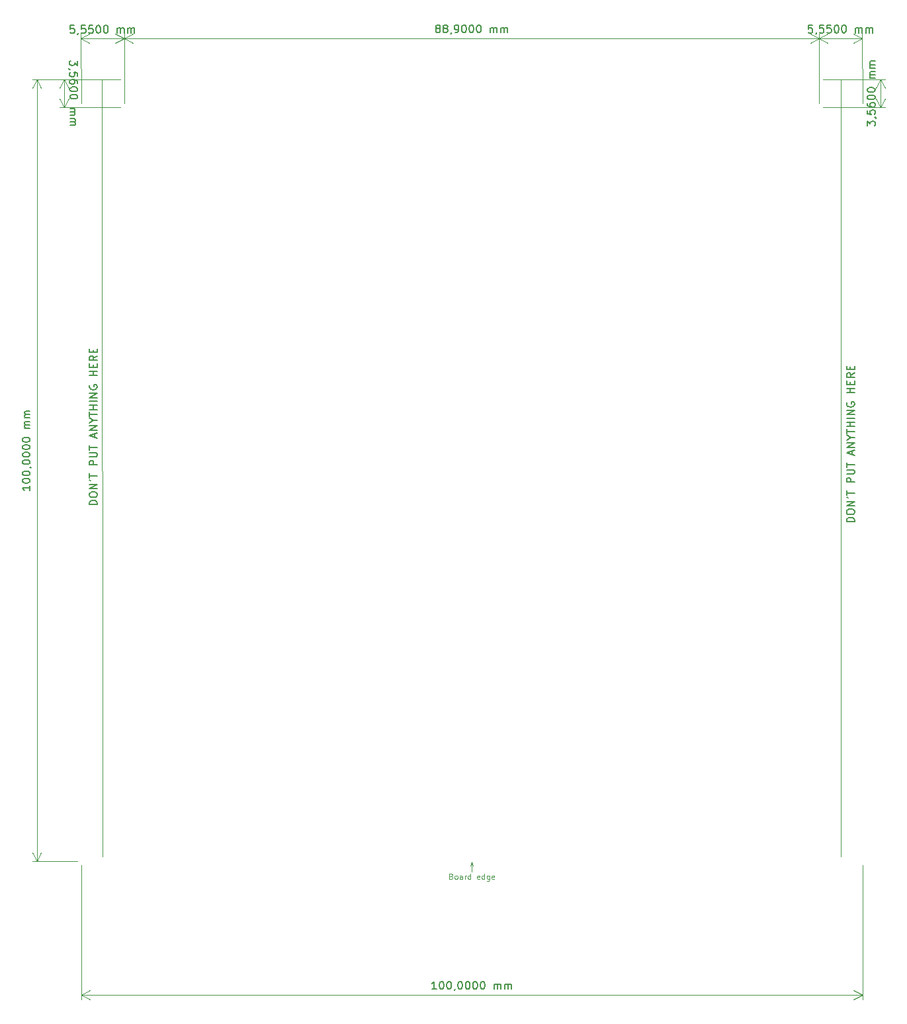
<source format=gbr>
%TF.GenerationSoftware,KiCad,Pcbnew,8.0.7-8.0.7-0~ubuntu22.04.1*%
%TF.CreationDate,2025-02-22T22:08:36+01:00*%
%TF.ProjectId,nav-module,6e61762d-6d6f-4647-956c-652e6b696361,1.0.0*%
%TF.SameCoordinates,Original*%
%TF.FileFunction,Other,Comment*%
%FSLAX46Y46*%
G04 Gerber Fmt 4.6, Leading zero omitted, Abs format (unit mm)*
G04 Created by KiCad (PCBNEW 8.0.7-8.0.7-0~ubuntu22.04.1) date 2025-02-22 22:08:36*
%MOMM*%
%LPD*%
G01*
G04 APERTURE LIST*
%ADD10C,0.100000*%
%ADD11C,0.150000*%
G04 APERTURE END LIST*
D10*
X97260000Y569999D02*
X97260000Y100000000D01*
X2740000Y569999D02*
X2670000Y100000000D01*
D11*
X98979819Y43386780D02*
X97979819Y43386780D01*
X97979819Y43386780D02*
X97979819Y43624875D01*
X97979819Y43624875D02*
X98027438Y43767732D01*
X98027438Y43767732D02*
X98122676Y43862970D01*
X98122676Y43862970D02*
X98217914Y43910589D01*
X98217914Y43910589D02*
X98408390Y43958208D01*
X98408390Y43958208D02*
X98551247Y43958208D01*
X98551247Y43958208D02*
X98741723Y43910589D01*
X98741723Y43910589D02*
X98836961Y43862970D01*
X98836961Y43862970D02*
X98932200Y43767732D01*
X98932200Y43767732D02*
X98979819Y43624875D01*
X98979819Y43624875D02*
X98979819Y43386780D01*
X97979819Y44577256D02*
X97979819Y44767732D01*
X97979819Y44767732D02*
X98027438Y44862970D01*
X98027438Y44862970D02*
X98122676Y44958208D01*
X98122676Y44958208D02*
X98313152Y45005827D01*
X98313152Y45005827D02*
X98646485Y45005827D01*
X98646485Y45005827D02*
X98836961Y44958208D01*
X98836961Y44958208D02*
X98932200Y44862970D01*
X98932200Y44862970D02*
X98979819Y44767732D01*
X98979819Y44767732D02*
X98979819Y44577256D01*
X98979819Y44577256D02*
X98932200Y44482018D01*
X98932200Y44482018D02*
X98836961Y44386780D01*
X98836961Y44386780D02*
X98646485Y44339161D01*
X98646485Y44339161D02*
X98313152Y44339161D01*
X98313152Y44339161D02*
X98122676Y44386780D01*
X98122676Y44386780D02*
X98027438Y44482018D01*
X98027438Y44482018D02*
X97979819Y44577256D01*
X98979819Y45434399D02*
X97979819Y45434399D01*
X97979819Y45434399D02*
X98979819Y46005827D01*
X98979819Y46005827D02*
X97979819Y46005827D01*
X97979819Y46529637D02*
X98170295Y46434399D01*
X97979819Y46815351D02*
X97979819Y47386779D01*
X98979819Y47101065D02*
X97979819Y47101065D01*
X98979819Y48482018D02*
X97979819Y48482018D01*
X97979819Y48482018D02*
X97979819Y48862970D01*
X97979819Y48862970D02*
X98027438Y48958208D01*
X98027438Y48958208D02*
X98075057Y49005827D01*
X98075057Y49005827D02*
X98170295Y49053446D01*
X98170295Y49053446D02*
X98313152Y49053446D01*
X98313152Y49053446D02*
X98408390Y49005827D01*
X98408390Y49005827D02*
X98456009Y48958208D01*
X98456009Y48958208D02*
X98503628Y48862970D01*
X98503628Y48862970D02*
X98503628Y48482018D01*
X97979819Y49482018D02*
X98789342Y49482018D01*
X98789342Y49482018D02*
X98884580Y49529637D01*
X98884580Y49529637D02*
X98932200Y49577256D01*
X98932200Y49577256D02*
X98979819Y49672494D01*
X98979819Y49672494D02*
X98979819Y49862970D01*
X98979819Y49862970D02*
X98932200Y49958208D01*
X98932200Y49958208D02*
X98884580Y50005827D01*
X98884580Y50005827D02*
X98789342Y50053446D01*
X98789342Y50053446D02*
X97979819Y50053446D01*
X97979819Y50386780D02*
X97979819Y50958208D01*
X98979819Y50672494D02*
X97979819Y50672494D01*
X98694104Y52005828D02*
X98694104Y52482018D01*
X98979819Y51910590D02*
X97979819Y52243923D01*
X97979819Y52243923D02*
X98979819Y52577256D01*
X98979819Y52910590D02*
X97979819Y52910590D01*
X97979819Y52910590D02*
X98979819Y53482018D01*
X98979819Y53482018D02*
X97979819Y53482018D01*
X98503628Y54148685D02*
X98979819Y54148685D01*
X97979819Y53815352D02*
X98503628Y54148685D01*
X98503628Y54148685D02*
X97979819Y54482018D01*
X97979819Y54672495D02*
X97979819Y55243923D01*
X98979819Y54958209D02*
X97979819Y54958209D01*
X98979819Y55577257D02*
X97979819Y55577257D01*
X98456009Y55577257D02*
X98456009Y56148685D01*
X98979819Y56148685D02*
X97979819Y56148685D01*
X98979819Y56624876D02*
X97979819Y56624876D01*
X98979819Y57101066D02*
X97979819Y57101066D01*
X97979819Y57101066D02*
X98979819Y57672494D01*
X98979819Y57672494D02*
X97979819Y57672494D01*
X98027438Y58672494D02*
X97979819Y58577256D01*
X97979819Y58577256D02*
X97979819Y58434399D01*
X97979819Y58434399D02*
X98027438Y58291542D01*
X98027438Y58291542D02*
X98122676Y58196304D01*
X98122676Y58196304D02*
X98217914Y58148685D01*
X98217914Y58148685D02*
X98408390Y58101066D01*
X98408390Y58101066D02*
X98551247Y58101066D01*
X98551247Y58101066D02*
X98741723Y58148685D01*
X98741723Y58148685D02*
X98836961Y58196304D01*
X98836961Y58196304D02*
X98932200Y58291542D01*
X98932200Y58291542D02*
X98979819Y58434399D01*
X98979819Y58434399D02*
X98979819Y58529637D01*
X98979819Y58529637D02*
X98932200Y58672494D01*
X98932200Y58672494D02*
X98884580Y58720113D01*
X98884580Y58720113D02*
X98551247Y58720113D01*
X98551247Y58720113D02*
X98551247Y58529637D01*
X98979819Y59910590D02*
X97979819Y59910590D01*
X98456009Y59910590D02*
X98456009Y60482018D01*
X98979819Y60482018D02*
X97979819Y60482018D01*
X98456009Y60958209D02*
X98456009Y61291542D01*
X98979819Y61434399D02*
X98979819Y60958209D01*
X98979819Y60958209D02*
X97979819Y60958209D01*
X97979819Y60958209D02*
X97979819Y61434399D01*
X98979819Y62434399D02*
X98503628Y62101066D01*
X98979819Y61862971D02*
X97979819Y61862971D01*
X97979819Y61862971D02*
X97979819Y62243923D01*
X97979819Y62243923D02*
X98027438Y62339161D01*
X98027438Y62339161D02*
X98075057Y62386780D01*
X98075057Y62386780D02*
X98170295Y62434399D01*
X98170295Y62434399D02*
X98313152Y62434399D01*
X98313152Y62434399D02*
X98408390Y62386780D01*
X98408390Y62386780D02*
X98456009Y62339161D01*
X98456009Y62339161D02*
X98503628Y62243923D01*
X98503628Y62243923D02*
X98503628Y61862971D01*
X98456009Y62862971D02*
X98456009Y63196304D01*
X98979819Y63339161D02*
X98979819Y62862971D01*
X98979819Y62862971D02*
X97979819Y62862971D01*
X97979819Y62862971D02*
X97979819Y63339161D01*
X2059819Y45586780D02*
X1059819Y45586780D01*
X1059819Y45586780D02*
X1059819Y45824875D01*
X1059819Y45824875D02*
X1107438Y45967732D01*
X1107438Y45967732D02*
X1202676Y46062970D01*
X1202676Y46062970D02*
X1297914Y46110589D01*
X1297914Y46110589D02*
X1488390Y46158208D01*
X1488390Y46158208D02*
X1631247Y46158208D01*
X1631247Y46158208D02*
X1821723Y46110589D01*
X1821723Y46110589D02*
X1916961Y46062970D01*
X1916961Y46062970D02*
X2012200Y45967732D01*
X2012200Y45967732D02*
X2059819Y45824875D01*
X2059819Y45824875D02*
X2059819Y45586780D01*
X1059819Y46777256D02*
X1059819Y46967732D01*
X1059819Y46967732D02*
X1107438Y47062970D01*
X1107438Y47062970D02*
X1202676Y47158208D01*
X1202676Y47158208D02*
X1393152Y47205827D01*
X1393152Y47205827D02*
X1726485Y47205827D01*
X1726485Y47205827D02*
X1916961Y47158208D01*
X1916961Y47158208D02*
X2012200Y47062970D01*
X2012200Y47062970D02*
X2059819Y46967732D01*
X2059819Y46967732D02*
X2059819Y46777256D01*
X2059819Y46777256D02*
X2012200Y46682018D01*
X2012200Y46682018D02*
X1916961Y46586780D01*
X1916961Y46586780D02*
X1726485Y46539161D01*
X1726485Y46539161D02*
X1393152Y46539161D01*
X1393152Y46539161D02*
X1202676Y46586780D01*
X1202676Y46586780D02*
X1107438Y46682018D01*
X1107438Y46682018D02*
X1059819Y46777256D01*
X2059819Y47634399D02*
X1059819Y47634399D01*
X1059819Y47634399D02*
X2059819Y48205827D01*
X2059819Y48205827D02*
X1059819Y48205827D01*
X1059819Y48729637D02*
X1250295Y48634399D01*
X1059819Y49015351D02*
X1059819Y49586779D01*
X2059819Y49301065D02*
X1059819Y49301065D01*
X2059819Y50682018D02*
X1059819Y50682018D01*
X1059819Y50682018D02*
X1059819Y51062970D01*
X1059819Y51062970D02*
X1107438Y51158208D01*
X1107438Y51158208D02*
X1155057Y51205827D01*
X1155057Y51205827D02*
X1250295Y51253446D01*
X1250295Y51253446D02*
X1393152Y51253446D01*
X1393152Y51253446D02*
X1488390Y51205827D01*
X1488390Y51205827D02*
X1536009Y51158208D01*
X1536009Y51158208D02*
X1583628Y51062970D01*
X1583628Y51062970D02*
X1583628Y50682018D01*
X1059819Y51682018D02*
X1869342Y51682018D01*
X1869342Y51682018D02*
X1964580Y51729637D01*
X1964580Y51729637D02*
X2012200Y51777256D01*
X2012200Y51777256D02*
X2059819Y51872494D01*
X2059819Y51872494D02*
X2059819Y52062970D01*
X2059819Y52062970D02*
X2012200Y52158208D01*
X2012200Y52158208D02*
X1964580Y52205827D01*
X1964580Y52205827D02*
X1869342Y52253446D01*
X1869342Y52253446D02*
X1059819Y52253446D01*
X1059819Y52586780D02*
X1059819Y53158208D01*
X2059819Y52872494D02*
X1059819Y52872494D01*
X1774104Y54205828D02*
X1774104Y54682018D01*
X2059819Y54110590D02*
X1059819Y54443923D01*
X1059819Y54443923D02*
X2059819Y54777256D01*
X2059819Y55110590D02*
X1059819Y55110590D01*
X1059819Y55110590D02*
X2059819Y55682018D01*
X2059819Y55682018D02*
X1059819Y55682018D01*
X1583628Y56348685D02*
X2059819Y56348685D01*
X1059819Y56015352D02*
X1583628Y56348685D01*
X1583628Y56348685D02*
X1059819Y56682018D01*
X1059819Y56872495D02*
X1059819Y57443923D01*
X2059819Y57158209D02*
X1059819Y57158209D01*
X2059819Y57777257D02*
X1059819Y57777257D01*
X1536009Y57777257D02*
X1536009Y58348685D01*
X2059819Y58348685D02*
X1059819Y58348685D01*
X2059819Y58824876D02*
X1059819Y58824876D01*
X2059819Y59301066D02*
X1059819Y59301066D01*
X1059819Y59301066D02*
X2059819Y59872494D01*
X2059819Y59872494D02*
X1059819Y59872494D01*
X1107438Y60872494D02*
X1059819Y60777256D01*
X1059819Y60777256D02*
X1059819Y60634399D01*
X1059819Y60634399D02*
X1107438Y60491542D01*
X1107438Y60491542D02*
X1202676Y60396304D01*
X1202676Y60396304D02*
X1297914Y60348685D01*
X1297914Y60348685D02*
X1488390Y60301066D01*
X1488390Y60301066D02*
X1631247Y60301066D01*
X1631247Y60301066D02*
X1821723Y60348685D01*
X1821723Y60348685D02*
X1916961Y60396304D01*
X1916961Y60396304D02*
X2012200Y60491542D01*
X2012200Y60491542D02*
X2059819Y60634399D01*
X2059819Y60634399D02*
X2059819Y60729637D01*
X2059819Y60729637D02*
X2012200Y60872494D01*
X2012200Y60872494D02*
X1964580Y60920113D01*
X1964580Y60920113D02*
X1631247Y60920113D01*
X1631247Y60920113D02*
X1631247Y60729637D01*
X2059819Y62110590D02*
X1059819Y62110590D01*
X1536009Y62110590D02*
X1536009Y62682018D01*
X2059819Y62682018D02*
X1059819Y62682018D01*
X1536009Y63158209D02*
X1536009Y63491542D01*
X2059819Y63634399D02*
X2059819Y63158209D01*
X2059819Y63158209D02*
X1059819Y63158209D01*
X1059819Y63158209D02*
X1059819Y63634399D01*
X2059819Y64634399D02*
X1583628Y64301066D01*
X2059819Y64062971D02*
X1059819Y64062971D01*
X1059819Y64062971D02*
X1059819Y64443923D01*
X1059819Y64443923D02*
X1107438Y64539161D01*
X1107438Y64539161D02*
X1155057Y64586780D01*
X1155057Y64586780D02*
X1250295Y64634399D01*
X1250295Y64634399D02*
X1393152Y64634399D01*
X1393152Y64634399D02*
X1488390Y64586780D01*
X1488390Y64586780D02*
X1536009Y64539161D01*
X1536009Y64539161D02*
X1583628Y64443923D01*
X1583628Y64443923D02*
X1583628Y64062971D01*
X1536009Y65062971D02*
X1536009Y65396304D01*
X2059819Y65539161D02*
X2059819Y65062971D01*
X2059819Y65062971D02*
X1059819Y65062971D01*
X1059819Y65062971D02*
X1059819Y65539161D01*
X45571429Y106526610D02*
X45476191Y106574229D01*
X45476191Y106574229D02*
X45428572Y106621848D01*
X45428572Y106621848D02*
X45380953Y106717086D01*
X45380953Y106717086D02*
X45380953Y106764705D01*
X45380953Y106764705D02*
X45428572Y106859943D01*
X45428572Y106859943D02*
X45476191Y106907562D01*
X45476191Y106907562D02*
X45571429Y106955181D01*
X45571429Y106955181D02*
X45761905Y106955181D01*
X45761905Y106955181D02*
X45857143Y106907562D01*
X45857143Y106907562D02*
X45904762Y106859943D01*
X45904762Y106859943D02*
X45952381Y106764705D01*
X45952381Y106764705D02*
X45952381Y106717086D01*
X45952381Y106717086D02*
X45904762Y106621848D01*
X45904762Y106621848D02*
X45857143Y106574229D01*
X45857143Y106574229D02*
X45761905Y106526610D01*
X45761905Y106526610D02*
X45571429Y106526610D01*
X45571429Y106526610D02*
X45476191Y106478991D01*
X45476191Y106478991D02*
X45428572Y106431372D01*
X45428572Y106431372D02*
X45380953Y106336134D01*
X45380953Y106336134D02*
X45380953Y106145658D01*
X45380953Y106145658D02*
X45428572Y106050420D01*
X45428572Y106050420D02*
X45476191Y106002800D01*
X45476191Y106002800D02*
X45571429Y105955181D01*
X45571429Y105955181D02*
X45761905Y105955181D01*
X45761905Y105955181D02*
X45857143Y106002800D01*
X45857143Y106002800D02*
X45904762Y106050420D01*
X45904762Y106050420D02*
X45952381Y106145658D01*
X45952381Y106145658D02*
X45952381Y106336134D01*
X45952381Y106336134D02*
X45904762Y106431372D01*
X45904762Y106431372D02*
X45857143Y106478991D01*
X45857143Y106478991D02*
X45761905Y106526610D01*
X46523810Y106526610D02*
X46428572Y106574229D01*
X46428572Y106574229D02*
X46380953Y106621848D01*
X46380953Y106621848D02*
X46333334Y106717086D01*
X46333334Y106717086D02*
X46333334Y106764705D01*
X46333334Y106764705D02*
X46380953Y106859943D01*
X46380953Y106859943D02*
X46428572Y106907562D01*
X46428572Y106907562D02*
X46523810Y106955181D01*
X46523810Y106955181D02*
X46714286Y106955181D01*
X46714286Y106955181D02*
X46809524Y106907562D01*
X46809524Y106907562D02*
X46857143Y106859943D01*
X46857143Y106859943D02*
X46904762Y106764705D01*
X46904762Y106764705D02*
X46904762Y106717086D01*
X46904762Y106717086D02*
X46857143Y106621848D01*
X46857143Y106621848D02*
X46809524Y106574229D01*
X46809524Y106574229D02*
X46714286Y106526610D01*
X46714286Y106526610D02*
X46523810Y106526610D01*
X46523810Y106526610D02*
X46428572Y106478991D01*
X46428572Y106478991D02*
X46380953Y106431372D01*
X46380953Y106431372D02*
X46333334Y106336134D01*
X46333334Y106336134D02*
X46333334Y106145658D01*
X46333334Y106145658D02*
X46380953Y106050420D01*
X46380953Y106050420D02*
X46428572Y106002800D01*
X46428572Y106002800D02*
X46523810Y105955181D01*
X46523810Y105955181D02*
X46714286Y105955181D01*
X46714286Y105955181D02*
X46809524Y106002800D01*
X46809524Y106002800D02*
X46857143Y106050420D01*
X46857143Y106050420D02*
X46904762Y106145658D01*
X46904762Y106145658D02*
X46904762Y106336134D01*
X46904762Y106336134D02*
X46857143Y106431372D01*
X46857143Y106431372D02*
X46809524Y106478991D01*
X46809524Y106478991D02*
X46714286Y106526610D01*
X47380953Y106002800D02*
X47380953Y105955181D01*
X47380953Y105955181D02*
X47333334Y105859943D01*
X47333334Y105859943D02*
X47285715Y105812324D01*
X47857143Y105955181D02*
X48047619Y105955181D01*
X48047619Y105955181D02*
X48142857Y106002800D01*
X48142857Y106002800D02*
X48190476Y106050420D01*
X48190476Y106050420D02*
X48285714Y106193277D01*
X48285714Y106193277D02*
X48333333Y106383753D01*
X48333333Y106383753D02*
X48333333Y106764705D01*
X48333333Y106764705D02*
X48285714Y106859943D01*
X48285714Y106859943D02*
X48238095Y106907562D01*
X48238095Y106907562D02*
X48142857Y106955181D01*
X48142857Y106955181D02*
X47952381Y106955181D01*
X47952381Y106955181D02*
X47857143Y106907562D01*
X47857143Y106907562D02*
X47809524Y106859943D01*
X47809524Y106859943D02*
X47761905Y106764705D01*
X47761905Y106764705D02*
X47761905Y106526610D01*
X47761905Y106526610D02*
X47809524Y106431372D01*
X47809524Y106431372D02*
X47857143Y106383753D01*
X47857143Y106383753D02*
X47952381Y106336134D01*
X47952381Y106336134D02*
X48142857Y106336134D01*
X48142857Y106336134D02*
X48238095Y106383753D01*
X48238095Y106383753D02*
X48285714Y106431372D01*
X48285714Y106431372D02*
X48333333Y106526610D01*
X48952381Y106955181D02*
X49047619Y106955181D01*
X49047619Y106955181D02*
X49142857Y106907562D01*
X49142857Y106907562D02*
X49190476Y106859943D01*
X49190476Y106859943D02*
X49238095Y106764705D01*
X49238095Y106764705D02*
X49285714Y106574229D01*
X49285714Y106574229D02*
X49285714Y106336134D01*
X49285714Y106336134D02*
X49238095Y106145658D01*
X49238095Y106145658D02*
X49190476Y106050420D01*
X49190476Y106050420D02*
X49142857Y106002800D01*
X49142857Y106002800D02*
X49047619Y105955181D01*
X49047619Y105955181D02*
X48952381Y105955181D01*
X48952381Y105955181D02*
X48857143Y106002800D01*
X48857143Y106002800D02*
X48809524Y106050420D01*
X48809524Y106050420D02*
X48761905Y106145658D01*
X48761905Y106145658D02*
X48714286Y106336134D01*
X48714286Y106336134D02*
X48714286Y106574229D01*
X48714286Y106574229D02*
X48761905Y106764705D01*
X48761905Y106764705D02*
X48809524Y106859943D01*
X48809524Y106859943D02*
X48857143Y106907562D01*
X48857143Y106907562D02*
X48952381Y106955181D01*
X49904762Y106955181D02*
X50000000Y106955181D01*
X50000000Y106955181D02*
X50095238Y106907562D01*
X50095238Y106907562D02*
X50142857Y106859943D01*
X50142857Y106859943D02*
X50190476Y106764705D01*
X50190476Y106764705D02*
X50238095Y106574229D01*
X50238095Y106574229D02*
X50238095Y106336134D01*
X50238095Y106336134D02*
X50190476Y106145658D01*
X50190476Y106145658D02*
X50142857Y106050420D01*
X50142857Y106050420D02*
X50095238Y106002800D01*
X50095238Y106002800D02*
X50000000Y105955181D01*
X50000000Y105955181D02*
X49904762Y105955181D01*
X49904762Y105955181D02*
X49809524Y106002800D01*
X49809524Y106002800D02*
X49761905Y106050420D01*
X49761905Y106050420D02*
X49714286Y106145658D01*
X49714286Y106145658D02*
X49666667Y106336134D01*
X49666667Y106336134D02*
X49666667Y106574229D01*
X49666667Y106574229D02*
X49714286Y106764705D01*
X49714286Y106764705D02*
X49761905Y106859943D01*
X49761905Y106859943D02*
X49809524Y106907562D01*
X49809524Y106907562D02*
X49904762Y106955181D01*
X50857143Y106955181D02*
X50952381Y106955181D01*
X50952381Y106955181D02*
X51047619Y106907562D01*
X51047619Y106907562D02*
X51095238Y106859943D01*
X51095238Y106859943D02*
X51142857Y106764705D01*
X51142857Y106764705D02*
X51190476Y106574229D01*
X51190476Y106574229D02*
X51190476Y106336134D01*
X51190476Y106336134D02*
X51142857Y106145658D01*
X51142857Y106145658D02*
X51095238Y106050420D01*
X51095238Y106050420D02*
X51047619Y106002800D01*
X51047619Y106002800D02*
X50952381Y105955181D01*
X50952381Y105955181D02*
X50857143Y105955181D01*
X50857143Y105955181D02*
X50761905Y106002800D01*
X50761905Y106002800D02*
X50714286Y106050420D01*
X50714286Y106050420D02*
X50666667Y106145658D01*
X50666667Y106145658D02*
X50619048Y106336134D01*
X50619048Y106336134D02*
X50619048Y106574229D01*
X50619048Y106574229D02*
X50666667Y106764705D01*
X50666667Y106764705D02*
X50714286Y106859943D01*
X50714286Y106859943D02*
X50761905Y106907562D01*
X50761905Y106907562D02*
X50857143Y106955181D01*
X52380953Y105955181D02*
X52380953Y106621848D01*
X52380953Y106526610D02*
X52428572Y106574229D01*
X52428572Y106574229D02*
X52523810Y106621848D01*
X52523810Y106621848D02*
X52666667Y106621848D01*
X52666667Y106621848D02*
X52761905Y106574229D01*
X52761905Y106574229D02*
X52809524Y106478991D01*
X52809524Y106478991D02*
X52809524Y105955181D01*
X52809524Y106478991D02*
X52857143Y106574229D01*
X52857143Y106574229D02*
X52952381Y106621848D01*
X52952381Y106621848D02*
X53095238Y106621848D01*
X53095238Y106621848D02*
X53190477Y106574229D01*
X53190477Y106574229D02*
X53238096Y106478991D01*
X53238096Y106478991D02*
X53238096Y105955181D01*
X53714286Y105955181D02*
X53714286Y106621848D01*
X53714286Y106526610D02*
X53761905Y106574229D01*
X53761905Y106574229D02*
X53857143Y106621848D01*
X53857143Y106621848D02*
X54000000Y106621848D01*
X54000000Y106621848D02*
X54095238Y106574229D01*
X54095238Y106574229D02*
X54142857Y106478991D01*
X54142857Y106478991D02*
X54142857Y105955181D01*
X54142857Y106478991D02*
X54190476Y106574229D01*
X54190476Y106574229D02*
X54285714Y106621848D01*
X54285714Y106621848D02*
X54428571Y106621848D01*
X54428571Y106621848D02*
X54523810Y106574229D01*
X54523810Y106574229D02*
X54571429Y106478991D01*
X54571429Y106478991D02*
X54571429Y105955181D01*
D10*
X5550000Y96940000D02*
X5550000Y105846420D01*
X94450000Y96940000D02*
X94450000Y105846420D01*
X5550000Y105260000D02*
X94450000Y105260000D01*
X5550000Y105260000D02*
X94450000Y105260000D01*
X5550000Y105260000D02*
X6676504Y105846421D01*
X5550000Y105260000D02*
X6676504Y104673579D01*
X94450000Y105260000D02*
X93323496Y104673579D01*
X94450000Y105260000D02*
X93323496Y105846421D01*
D11*
X-452937Y102393644D02*
X-451198Y101774599D01*
X-451198Y101774599D02*
X-833085Y102106861D01*
X-833085Y102106861D02*
X-832684Y101964004D01*
X-832684Y101964004D02*
X-880035Y101868633D01*
X-880035Y101868633D02*
X-927520Y101820880D01*
X-927520Y101820880D02*
X-1022624Y101772994D01*
X-1022624Y101772994D02*
X-1260718Y101772325D01*
X-1260718Y101772325D02*
X-1356090Y101819676D01*
X-1356090Y101819676D02*
X-1403842Y101867162D01*
X-1403842Y101867162D02*
X-1451729Y101962266D01*
X-1451729Y101962266D02*
X-1452531Y102247979D01*
X-1452531Y102247979D02*
X-1405180Y102343350D01*
X-1405180Y102343350D02*
X-1357695Y102391103D01*
X-1402237Y101295735D02*
X-1449856Y101295601D01*
X-1449856Y101295601D02*
X-1545228Y101342953D01*
X-1545228Y101342953D02*
X-1592980Y101390438D01*
X-447319Y100393653D02*
X-448656Y100869841D01*
X-448656Y100869841D02*
X-924979Y100916122D01*
X-924979Y100916122D02*
X-877226Y100868637D01*
X-877226Y100868637D02*
X-829340Y100773533D01*
X-829340Y100773533D02*
X-828671Y100535439D01*
X-828671Y100535439D02*
X-876022Y100440068D01*
X-876022Y100440068D02*
X-923507Y100392315D01*
X-923507Y100392315D02*
X-1018611Y100344429D01*
X-1018611Y100344429D02*
X-1256706Y100343760D01*
X-1256706Y100343760D02*
X-1352077Y100391111D01*
X-1352077Y100391111D02*
X-1399830Y100438596D01*
X-1399830Y100438596D02*
X-1447716Y100533700D01*
X-1447716Y100533700D02*
X-1448385Y100771794D01*
X-1448385Y100771794D02*
X-1401034Y100867166D01*
X-1401034Y100867166D02*
X-1353548Y100914919D01*
X-444777Y99488894D02*
X-445312Y99679370D01*
X-445312Y99679370D02*
X-493199Y99774474D01*
X-493199Y99774474D02*
X-540951Y99821959D01*
X-540951Y99821959D02*
X-684075Y99916795D01*
X-684075Y99916795D02*
X-874685Y99963879D01*
X-874685Y99963879D02*
X-1255635Y99962809D01*
X-1255635Y99962809D02*
X-1350739Y99914922D01*
X-1350739Y99914922D02*
X-1398225Y99867170D01*
X-1398225Y99867170D02*
X-1445576Y99771798D01*
X-1445576Y99771798D02*
X-1445041Y99581323D01*
X-1445041Y99581323D02*
X-1397154Y99486219D01*
X-1397154Y99486219D02*
X-1349402Y99438734D01*
X-1349402Y99438734D02*
X-1254030Y99391383D01*
X-1254030Y99391383D02*
X-1015936Y99392051D01*
X-1015936Y99392051D02*
X-920832Y99439938D01*
X-920832Y99439938D02*
X-873347Y99487690D01*
X-873347Y99487690D02*
X-825996Y99583062D01*
X-825996Y99583062D02*
X-826531Y99773537D01*
X-826531Y99773537D02*
X-874417Y99868641D01*
X-874417Y99868641D02*
X-922170Y99916126D01*
X-922170Y99916126D02*
X-1017541Y99963478D01*
X-442771Y98774611D02*
X-442503Y98679373D01*
X-442503Y98679373D02*
X-489855Y98584002D01*
X-489855Y98584002D02*
X-537340Y98536249D01*
X-537340Y98536249D02*
X-632444Y98488363D01*
X-632444Y98488363D02*
X-822785Y98440209D01*
X-822785Y98440209D02*
X-1060880Y98439540D01*
X-1060880Y98439540D02*
X-1251489Y98486624D01*
X-1251489Y98486624D02*
X-1346860Y98533975D01*
X-1346860Y98533975D02*
X-1394613Y98581461D01*
X-1394613Y98581461D02*
X-1442499Y98676565D01*
X-1442499Y98676565D02*
X-1442767Y98771802D01*
X-1442767Y98771802D02*
X-1395416Y98867174D01*
X-1395416Y98867174D02*
X-1347930Y98914926D01*
X-1347930Y98914926D02*
X-1252826Y98962813D01*
X-1252826Y98962813D02*
X-1062485Y99010967D01*
X-1062485Y99010967D02*
X-824391Y99011635D01*
X-824391Y99011635D02*
X-633781Y98964552D01*
X-633781Y98964552D02*
X-538410Y98917200D01*
X-538410Y98917200D02*
X-490657Y98869715D01*
X-490657Y98869715D02*
X-442771Y98774611D01*
X-440096Y97822234D02*
X-439828Y97726996D01*
X-439828Y97726996D02*
X-487179Y97631625D01*
X-487179Y97631625D02*
X-534665Y97583872D01*
X-534665Y97583872D02*
X-629768Y97535986D01*
X-629768Y97535986D02*
X-820110Y97487832D01*
X-820110Y97487832D02*
X-1058204Y97487163D01*
X-1058204Y97487163D02*
X-1248814Y97534247D01*
X-1248814Y97534247D02*
X-1344185Y97581598D01*
X-1344185Y97581598D02*
X-1391938Y97629083D01*
X-1391938Y97629083D02*
X-1439824Y97724187D01*
X-1439824Y97724187D02*
X-1440092Y97819425D01*
X-1440092Y97819425D02*
X-1392740Y97914796D01*
X-1392740Y97914796D02*
X-1345255Y97962549D01*
X-1345255Y97962549D02*
X-1250151Y98010435D01*
X-1250151Y98010435D02*
X-1059810Y98058589D01*
X-1059810Y98058589D02*
X-821715Y98059258D01*
X-821715Y98059258D02*
X-631106Y98012174D01*
X-631106Y98012174D02*
X-535735Y97964823D01*
X-535735Y97964823D02*
X-487982Y97917338D01*
X-487982Y97917338D02*
X-440096Y97822234D01*
X-1435811Y96295621D02*
X-769147Y96297494D01*
X-864385Y96297226D02*
X-816632Y96249741D01*
X-816632Y96249741D02*
X-768746Y96154637D01*
X-768746Y96154637D02*
X-768345Y96011781D01*
X-768345Y96011781D02*
X-815696Y95916409D01*
X-815696Y95916409D02*
X-910800Y95868523D01*
X-910800Y95868523D02*
X-1434607Y95867051D01*
X-910800Y95868523D02*
X-815429Y95821171D01*
X-815429Y95821171D02*
X-767542Y95726068D01*
X-767542Y95726068D02*
X-767141Y95583211D01*
X-767141Y95583211D02*
X-814492Y95487839D01*
X-814492Y95487839D02*
X-909596Y95439953D01*
X-909596Y95439953D02*
X-1433404Y95438482D01*
X-1432066Y94962293D02*
X-765402Y94964166D01*
X-860640Y94963899D02*
X-812887Y94916413D01*
X-812887Y94916413D02*
X-765001Y94821310D01*
X-765001Y94821310D02*
X-764599Y94678453D01*
X-764599Y94678453D02*
X-811951Y94583081D01*
X-811951Y94583081D02*
X-907055Y94535195D01*
X-907055Y94535195D02*
X-1430862Y94533724D01*
X-907055Y94535195D02*
X-811683Y94487844D01*
X-811683Y94487844D02*
X-763797Y94392740D01*
X-763797Y94392740D02*
X-763396Y94249883D01*
X-763396Y94249883D02*
X-810747Y94154512D01*
X-810747Y94154512D02*
X-905851Y94106625D01*
X-905851Y94106625D02*
X-1429658Y94105154D01*
D10*
X5050002Y96438596D02*
X-2717756Y96416776D01*
X5040002Y99998596D02*
X-2727756Y99976776D01*
X-2131339Y96418423D02*
X-2141339Y99978423D01*
X-2131339Y96418423D02*
X-2141339Y99978423D01*
X-2131339Y96418423D02*
X-2720922Y97543275D01*
X-2131339Y96418423D02*
X-1548085Y97546570D01*
X-2141339Y99978423D02*
X-1551756Y98853571D01*
X-2141339Y99978423D02*
X-2724593Y98850276D01*
D11*
X-881789Y106896538D02*
X-1357976Y106894822D01*
X-1357976Y106894822D02*
X-1403879Y106418463D01*
X-1403879Y106418463D02*
X-1356432Y106466254D01*
X-1356432Y106466254D02*
X-1261366Y106514216D01*
X-1261366Y106514216D02*
X-1023272Y106515074D01*
X-1023272Y106515074D02*
X-927863Y106467798D01*
X-927863Y106467798D02*
X-880073Y106420351D01*
X-880073Y106420351D02*
X-832111Y106325285D01*
X-832111Y106325285D02*
X-831253Y106087191D01*
X-831253Y106087191D02*
X-878529Y105991782D01*
X-878529Y105991782D02*
X-925976Y105943992D01*
X-925976Y105943992D02*
X-1021042Y105896030D01*
X-1021042Y105896030D02*
X-1259135Y105895172D01*
X-1259135Y105895172D02*
X-1354544Y105942448D01*
X-1354544Y105942448D02*
X-1402335Y105989895D01*
X-354551Y105946051D02*
X-354379Y105898432D01*
X-354379Y105898432D02*
X-401655Y105803023D01*
X-401655Y105803023D02*
X-449102Y105755233D01*
X546773Y106901686D02*
X70585Y106899970D01*
X70585Y106899970D02*
X24683Y106423611D01*
X24683Y106423611D02*
X72130Y106471402D01*
X72130Y106471402D02*
X167196Y106519364D01*
X167196Y106519364D02*
X405289Y106520222D01*
X405289Y106520222D02*
X500698Y106472946D01*
X500698Y106472946D02*
X548489Y106425499D01*
X548489Y106425499D02*
X596451Y106330433D01*
X596451Y106330433D02*
X597309Y106092339D01*
X597309Y106092339D02*
X550033Y105996930D01*
X550033Y105996930D02*
X502586Y105949140D01*
X502586Y105949140D02*
X407520Y105901178D01*
X407520Y105901178D02*
X169427Y105900320D01*
X169427Y105900320D02*
X74017Y105947596D01*
X74017Y105947596D02*
X26227Y105995043D01*
X1499148Y106905118D02*
X1022960Y106903402D01*
X1022960Y106903402D02*
X977058Y106427043D01*
X977058Y106427043D02*
X1024505Y106474834D01*
X1024505Y106474834D02*
X1119571Y106522796D01*
X1119571Y106522796D02*
X1357664Y106523654D01*
X1357664Y106523654D02*
X1453073Y106476378D01*
X1453073Y106476378D02*
X1500864Y106428931D01*
X1500864Y106428931D02*
X1548826Y106333865D01*
X1548826Y106333865D02*
X1549684Y106095771D01*
X1549684Y106095771D02*
X1502408Y106000362D01*
X1502408Y106000362D02*
X1454961Y105952572D01*
X1454961Y105952572D02*
X1359895Y105904610D01*
X1359895Y105904610D02*
X1121801Y105903752D01*
X1121801Y105903752D02*
X1026392Y105951028D01*
X1026392Y105951028D02*
X978602Y105998475D01*
X2165810Y106907521D02*
X2261048Y106907864D01*
X2261048Y106907864D02*
X2356457Y106860588D01*
X2356457Y106860588D02*
X2404247Y106813141D01*
X2404247Y106813141D02*
X2452209Y106718075D01*
X2452209Y106718075D02*
X2500514Y106527772D01*
X2500514Y106527772D02*
X2501372Y106289678D01*
X2501372Y106289678D02*
X2454440Y106099032D01*
X2454440Y106099032D02*
X2407164Y106003623D01*
X2407164Y106003623D02*
X2359717Y105955832D01*
X2359717Y105955832D02*
X2264651Y105907870D01*
X2264651Y105907870D02*
X2169414Y105907527D01*
X2169414Y105907527D02*
X2074005Y105954803D01*
X2074005Y105954803D02*
X2026214Y106002250D01*
X2026214Y106002250D02*
X1978252Y106097316D01*
X1978252Y106097316D02*
X1929947Y106287619D01*
X1929947Y106287619D02*
X1929089Y106525713D01*
X1929089Y106525713D02*
X1976021Y106716359D01*
X1976021Y106716359D02*
X2023297Y106811768D01*
X2023297Y106811768D02*
X2070744Y106859559D01*
X2070744Y106859559D02*
X2165810Y106907521D01*
X3118185Y106910953D02*
X3213422Y106911296D01*
X3213422Y106911296D02*
X3308831Y106864020D01*
X3308831Y106864020D02*
X3356622Y106816573D01*
X3356622Y106816573D02*
X3404584Y106721507D01*
X3404584Y106721507D02*
X3452889Y106531204D01*
X3452889Y106531204D02*
X3453747Y106293110D01*
X3453747Y106293110D02*
X3406814Y106102464D01*
X3406814Y106102464D02*
X3359539Y106007055D01*
X3359539Y106007055D02*
X3312092Y105959264D01*
X3312092Y105959264D02*
X3217026Y105911302D01*
X3217026Y105911302D02*
X3121788Y105910959D01*
X3121788Y105910959D02*
X3026379Y105958235D01*
X3026379Y105958235D02*
X2978589Y106005682D01*
X2978589Y106005682D02*
X2930627Y106100748D01*
X2930627Y106100748D02*
X2882322Y106291051D01*
X2882322Y106291051D02*
X2881464Y106529145D01*
X2881464Y106529145D02*
X2928396Y106719791D01*
X2928396Y106719791D02*
X2975672Y106815200D01*
X2975672Y106815200D02*
X3023119Y106862991D01*
X3023119Y106862991D02*
X3118185Y106910953D01*
X4645588Y105916450D02*
X4643186Y106583113D01*
X4643529Y106487875D02*
X4690976Y106535666D01*
X4690976Y106535666D02*
X4786042Y106583628D01*
X4786042Y106583628D02*
X4928898Y106584142D01*
X4928898Y106584142D02*
X5024307Y106536867D01*
X5024307Y106536867D02*
X5072269Y106441801D01*
X5072269Y106441801D02*
X5074157Y105917995D01*
X5072269Y106441801D02*
X5119545Y106537210D01*
X5119545Y106537210D02*
X5214611Y106585172D01*
X5214611Y106585172D02*
X5357467Y106585687D01*
X5357467Y106585687D02*
X5452876Y106538411D01*
X5452876Y106538411D02*
X5500838Y106443345D01*
X5500838Y106443345D02*
X5502726Y105919539D01*
X5978913Y105921255D02*
X5976510Y106587917D01*
X5976854Y106492680D02*
X6024301Y106540470D01*
X6024301Y106540470D02*
X6119367Y106588432D01*
X6119367Y106588432D02*
X6262223Y106588947D01*
X6262223Y106588947D02*
X6357632Y106541672D01*
X6357632Y106541672D02*
X6405594Y106446606D01*
X6405594Y106446606D02*
X6407481Y105922800D01*
X6405594Y106446606D02*
X6452869Y106542015D01*
X6452869Y106542015D02*
X6547935Y106589977D01*
X6547935Y106589977D02*
X6690791Y106590491D01*
X6690791Y106590491D02*
X6786200Y106543216D01*
X6786200Y106543216D02*
X6834162Y106448150D01*
X6834162Y106448150D02*
X6836050Y105924344D01*
D10*
X5548198Y96939997D02*
X5516231Y105810825D01*
X-1802Y96919997D02*
X-33769Y105790825D01*
X5518344Y105224409D02*
X-31656Y105204409D01*
X5518344Y105224409D02*
X-31656Y105204409D01*
X5518344Y105224409D02*
X4393961Y104633933D01*
X5518344Y105224409D02*
X4389734Y105806766D01*
X-31656Y105204409D02*
X1092727Y105794885D01*
X-31656Y105204409D02*
X1096954Y104622052D01*
D11*
X45476190Y-16384818D02*
X44904762Y-16384818D01*
X45190476Y-16384818D02*
X45190476Y-15384818D01*
X45190476Y-15384818D02*
X45095238Y-15527675D01*
X45095238Y-15527675D02*
X45000000Y-15622913D01*
X45000000Y-15622913D02*
X44904762Y-15670532D01*
X46095238Y-15384818D02*
X46190476Y-15384818D01*
X46190476Y-15384818D02*
X46285714Y-15432437D01*
X46285714Y-15432437D02*
X46333333Y-15480056D01*
X46333333Y-15480056D02*
X46380952Y-15575294D01*
X46380952Y-15575294D02*
X46428571Y-15765770D01*
X46428571Y-15765770D02*
X46428571Y-16003865D01*
X46428571Y-16003865D02*
X46380952Y-16194341D01*
X46380952Y-16194341D02*
X46333333Y-16289579D01*
X46333333Y-16289579D02*
X46285714Y-16337199D01*
X46285714Y-16337199D02*
X46190476Y-16384818D01*
X46190476Y-16384818D02*
X46095238Y-16384818D01*
X46095238Y-16384818D02*
X46000000Y-16337199D01*
X46000000Y-16337199D02*
X45952381Y-16289579D01*
X45952381Y-16289579D02*
X45904762Y-16194341D01*
X45904762Y-16194341D02*
X45857143Y-16003865D01*
X45857143Y-16003865D02*
X45857143Y-15765770D01*
X45857143Y-15765770D02*
X45904762Y-15575294D01*
X45904762Y-15575294D02*
X45952381Y-15480056D01*
X45952381Y-15480056D02*
X46000000Y-15432437D01*
X46000000Y-15432437D02*
X46095238Y-15384818D01*
X47047619Y-15384818D02*
X47142857Y-15384818D01*
X47142857Y-15384818D02*
X47238095Y-15432437D01*
X47238095Y-15432437D02*
X47285714Y-15480056D01*
X47285714Y-15480056D02*
X47333333Y-15575294D01*
X47333333Y-15575294D02*
X47380952Y-15765770D01*
X47380952Y-15765770D02*
X47380952Y-16003865D01*
X47380952Y-16003865D02*
X47333333Y-16194341D01*
X47333333Y-16194341D02*
X47285714Y-16289579D01*
X47285714Y-16289579D02*
X47238095Y-16337199D01*
X47238095Y-16337199D02*
X47142857Y-16384818D01*
X47142857Y-16384818D02*
X47047619Y-16384818D01*
X47047619Y-16384818D02*
X46952381Y-16337199D01*
X46952381Y-16337199D02*
X46904762Y-16289579D01*
X46904762Y-16289579D02*
X46857143Y-16194341D01*
X46857143Y-16194341D02*
X46809524Y-16003865D01*
X46809524Y-16003865D02*
X46809524Y-15765770D01*
X46809524Y-15765770D02*
X46857143Y-15575294D01*
X46857143Y-15575294D02*
X46904762Y-15480056D01*
X46904762Y-15480056D02*
X46952381Y-15432437D01*
X46952381Y-15432437D02*
X47047619Y-15384818D01*
X47857143Y-16337199D02*
X47857143Y-16384818D01*
X47857143Y-16384818D02*
X47809524Y-16480056D01*
X47809524Y-16480056D02*
X47761905Y-16527675D01*
X48476190Y-15384818D02*
X48571428Y-15384818D01*
X48571428Y-15384818D02*
X48666666Y-15432437D01*
X48666666Y-15432437D02*
X48714285Y-15480056D01*
X48714285Y-15480056D02*
X48761904Y-15575294D01*
X48761904Y-15575294D02*
X48809523Y-15765770D01*
X48809523Y-15765770D02*
X48809523Y-16003865D01*
X48809523Y-16003865D02*
X48761904Y-16194341D01*
X48761904Y-16194341D02*
X48714285Y-16289579D01*
X48714285Y-16289579D02*
X48666666Y-16337199D01*
X48666666Y-16337199D02*
X48571428Y-16384818D01*
X48571428Y-16384818D02*
X48476190Y-16384818D01*
X48476190Y-16384818D02*
X48380952Y-16337199D01*
X48380952Y-16337199D02*
X48333333Y-16289579D01*
X48333333Y-16289579D02*
X48285714Y-16194341D01*
X48285714Y-16194341D02*
X48238095Y-16003865D01*
X48238095Y-16003865D02*
X48238095Y-15765770D01*
X48238095Y-15765770D02*
X48285714Y-15575294D01*
X48285714Y-15575294D02*
X48333333Y-15480056D01*
X48333333Y-15480056D02*
X48380952Y-15432437D01*
X48380952Y-15432437D02*
X48476190Y-15384818D01*
X49428571Y-15384818D02*
X49523809Y-15384818D01*
X49523809Y-15384818D02*
X49619047Y-15432437D01*
X49619047Y-15432437D02*
X49666666Y-15480056D01*
X49666666Y-15480056D02*
X49714285Y-15575294D01*
X49714285Y-15575294D02*
X49761904Y-15765770D01*
X49761904Y-15765770D02*
X49761904Y-16003865D01*
X49761904Y-16003865D02*
X49714285Y-16194341D01*
X49714285Y-16194341D02*
X49666666Y-16289579D01*
X49666666Y-16289579D02*
X49619047Y-16337199D01*
X49619047Y-16337199D02*
X49523809Y-16384818D01*
X49523809Y-16384818D02*
X49428571Y-16384818D01*
X49428571Y-16384818D02*
X49333333Y-16337199D01*
X49333333Y-16337199D02*
X49285714Y-16289579D01*
X49285714Y-16289579D02*
X49238095Y-16194341D01*
X49238095Y-16194341D02*
X49190476Y-16003865D01*
X49190476Y-16003865D02*
X49190476Y-15765770D01*
X49190476Y-15765770D02*
X49238095Y-15575294D01*
X49238095Y-15575294D02*
X49285714Y-15480056D01*
X49285714Y-15480056D02*
X49333333Y-15432437D01*
X49333333Y-15432437D02*
X49428571Y-15384818D01*
X50380952Y-15384818D02*
X50476190Y-15384818D01*
X50476190Y-15384818D02*
X50571428Y-15432437D01*
X50571428Y-15432437D02*
X50619047Y-15480056D01*
X50619047Y-15480056D02*
X50666666Y-15575294D01*
X50666666Y-15575294D02*
X50714285Y-15765770D01*
X50714285Y-15765770D02*
X50714285Y-16003865D01*
X50714285Y-16003865D02*
X50666666Y-16194341D01*
X50666666Y-16194341D02*
X50619047Y-16289579D01*
X50619047Y-16289579D02*
X50571428Y-16337199D01*
X50571428Y-16337199D02*
X50476190Y-16384818D01*
X50476190Y-16384818D02*
X50380952Y-16384818D01*
X50380952Y-16384818D02*
X50285714Y-16337199D01*
X50285714Y-16337199D02*
X50238095Y-16289579D01*
X50238095Y-16289579D02*
X50190476Y-16194341D01*
X50190476Y-16194341D02*
X50142857Y-16003865D01*
X50142857Y-16003865D02*
X50142857Y-15765770D01*
X50142857Y-15765770D02*
X50190476Y-15575294D01*
X50190476Y-15575294D02*
X50238095Y-15480056D01*
X50238095Y-15480056D02*
X50285714Y-15432437D01*
X50285714Y-15432437D02*
X50380952Y-15384818D01*
X51333333Y-15384818D02*
X51428571Y-15384818D01*
X51428571Y-15384818D02*
X51523809Y-15432437D01*
X51523809Y-15432437D02*
X51571428Y-15480056D01*
X51571428Y-15480056D02*
X51619047Y-15575294D01*
X51619047Y-15575294D02*
X51666666Y-15765770D01*
X51666666Y-15765770D02*
X51666666Y-16003865D01*
X51666666Y-16003865D02*
X51619047Y-16194341D01*
X51619047Y-16194341D02*
X51571428Y-16289579D01*
X51571428Y-16289579D02*
X51523809Y-16337199D01*
X51523809Y-16337199D02*
X51428571Y-16384818D01*
X51428571Y-16384818D02*
X51333333Y-16384818D01*
X51333333Y-16384818D02*
X51238095Y-16337199D01*
X51238095Y-16337199D02*
X51190476Y-16289579D01*
X51190476Y-16289579D02*
X51142857Y-16194341D01*
X51142857Y-16194341D02*
X51095238Y-16003865D01*
X51095238Y-16003865D02*
X51095238Y-15765770D01*
X51095238Y-15765770D02*
X51142857Y-15575294D01*
X51142857Y-15575294D02*
X51190476Y-15480056D01*
X51190476Y-15480056D02*
X51238095Y-15432437D01*
X51238095Y-15432437D02*
X51333333Y-15384818D01*
X52857143Y-16384818D02*
X52857143Y-15718151D01*
X52857143Y-15813389D02*
X52904762Y-15765770D01*
X52904762Y-15765770D02*
X53000000Y-15718151D01*
X53000000Y-15718151D02*
X53142857Y-15718151D01*
X53142857Y-15718151D02*
X53238095Y-15765770D01*
X53238095Y-15765770D02*
X53285714Y-15861008D01*
X53285714Y-15861008D02*
X53285714Y-16384818D01*
X53285714Y-15861008D02*
X53333333Y-15765770D01*
X53333333Y-15765770D02*
X53428571Y-15718151D01*
X53428571Y-15718151D02*
X53571428Y-15718151D01*
X53571428Y-15718151D02*
X53666667Y-15765770D01*
X53666667Y-15765770D02*
X53714286Y-15861008D01*
X53714286Y-15861008D02*
X53714286Y-16384818D01*
X54190476Y-16384818D02*
X54190476Y-15718151D01*
X54190476Y-15813389D02*
X54238095Y-15765770D01*
X54238095Y-15765770D02*
X54333333Y-15718151D01*
X54333333Y-15718151D02*
X54476190Y-15718151D01*
X54476190Y-15718151D02*
X54571428Y-15765770D01*
X54571428Y-15765770D02*
X54619047Y-15861008D01*
X54619047Y-15861008D02*
X54619047Y-16384818D01*
X54619047Y-15861008D02*
X54666666Y-15765770D01*
X54666666Y-15765770D02*
X54761904Y-15718151D01*
X54761904Y-15718151D02*
X54904761Y-15718151D01*
X54904761Y-15718151D02*
X55000000Y-15765770D01*
X55000000Y-15765770D02*
X55047619Y-15861008D01*
X55047619Y-15861008D02*
X55047619Y-16384818D01*
D10*
X0Y-500000D02*
X0Y-17666419D01*
X100000000Y-500000D02*
X100000000Y-17666419D01*
X0Y-17079999D02*
X100000000Y-17079999D01*
X0Y-17079999D02*
X100000000Y-17079999D01*
X0Y-17079999D02*
X1126504Y-16493578D01*
X0Y-17079999D02*
X1126504Y-17666420D01*
X100000000Y-17079999D02*
X98873496Y-17666420D01*
X100000000Y-17079999D02*
X98873496Y-16493578D01*
D11*
X100614819Y94029525D02*
X100614819Y94648572D01*
X100614819Y94648572D02*
X100995771Y94315239D01*
X100995771Y94315239D02*
X100995771Y94458096D01*
X100995771Y94458096D02*
X101043390Y94553334D01*
X101043390Y94553334D02*
X101091009Y94600953D01*
X101091009Y94600953D02*
X101186247Y94648572D01*
X101186247Y94648572D02*
X101424342Y94648572D01*
X101424342Y94648572D02*
X101519580Y94600953D01*
X101519580Y94600953D02*
X101567200Y94553334D01*
X101567200Y94553334D02*
X101614819Y94458096D01*
X101614819Y94458096D02*
X101614819Y94172382D01*
X101614819Y94172382D02*
X101567200Y94077144D01*
X101567200Y94077144D02*
X101519580Y94029525D01*
X101567200Y95124763D02*
X101614819Y95124763D01*
X101614819Y95124763D02*
X101710057Y95077144D01*
X101710057Y95077144D02*
X101757676Y95029525D01*
X100614819Y96029524D02*
X100614819Y95553334D01*
X100614819Y95553334D02*
X101091009Y95505715D01*
X101091009Y95505715D02*
X101043390Y95553334D01*
X101043390Y95553334D02*
X100995771Y95648572D01*
X100995771Y95648572D02*
X100995771Y95886667D01*
X100995771Y95886667D02*
X101043390Y95981905D01*
X101043390Y95981905D02*
X101091009Y96029524D01*
X101091009Y96029524D02*
X101186247Y96077143D01*
X101186247Y96077143D02*
X101424342Y96077143D01*
X101424342Y96077143D02*
X101519580Y96029524D01*
X101519580Y96029524D02*
X101567200Y95981905D01*
X101567200Y95981905D02*
X101614819Y95886667D01*
X101614819Y95886667D02*
X101614819Y95648572D01*
X101614819Y95648572D02*
X101567200Y95553334D01*
X101567200Y95553334D02*
X101519580Y95505715D01*
X100614819Y96934286D02*
X100614819Y96743810D01*
X100614819Y96743810D02*
X100662438Y96648572D01*
X100662438Y96648572D02*
X100710057Y96600953D01*
X100710057Y96600953D02*
X100852914Y96505715D01*
X100852914Y96505715D02*
X101043390Y96458096D01*
X101043390Y96458096D02*
X101424342Y96458096D01*
X101424342Y96458096D02*
X101519580Y96505715D01*
X101519580Y96505715D02*
X101567200Y96553334D01*
X101567200Y96553334D02*
X101614819Y96648572D01*
X101614819Y96648572D02*
X101614819Y96839048D01*
X101614819Y96839048D02*
X101567200Y96934286D01*
X101567200Y96934286D02*
X101519580Y96981905D01*
X101519580Y96981905D02*
X101424342Y97029524D01*
X101424342Y97029524D02*
X101186247Y97029524D01*
X101186247Y97029524D02*
X101091009Y96981905D01*
X101091009Y96981905D02*
X101043390Y96934286D01*
X101043390Y96934286D02*
X100995771Y96839048D01*
X100995771Y96839048D02*
X100995771Y96648572D01*
X100995771Y96648572D02*
X101043390Y96553334D01*
X101043390Y96553334D02*
X101091009Y96505715D01*
X101091009Y96505715D02*
X101186247Y96458096D01*
X100614819Y97648572D02*
X100614819Y97743810D01*
X100614819Y97743810D02*
X100662438Y97839048D01*
X100662438Y97839048D02*
X100710057Y97886667D01*
X100710057Y97886667D02*
X100805295Y97934286D01*
X100805295Y97934286D02*
X100995771Y97981905D01*
X100995771Y97981905D02*
X101233866Y97981905D01*
X101233866Y97981905D02*
X101424342Y97934286D01*
X101424342Y97934286D02*
X101519580Y97886667D01*
X101519580Y97886667D02*
X101567200Y97839048D01*
X101567200Y97839048D02*
X101614819Y97743810D01*
X101614819Y97743810D02*
X101614819Y97648572D01*
X101614819Y97648572D02*
X101567200Y97553334D01*
X101567200Y97553334D02*
X101519580Y97505715D01*
X101519580Y97505715D02*
X101424342Y97458096D01*
X101424342Y97458096D02*
X101233866Y97410477D01*
X101233866Y97410477D02*
X100995771Y97410477D01*
X100995771Y97410477D02*
X100805295Y97458096D01*
X100805295Y97458096D02*
X100710057Y97505715D01*
X100710057Y97505715D02*
X100662438Y97553334D01*
X100662438Y97553334D02*
X100614819Y97648572D01*
X100614819Y98600953D02*
X100614819Y98696191D01*
X100614819Y98696191D02*
X100662438Y98791429D01*
X100662438Y98791429D02*
X100710057Y98839048D01*
X100710057Y98839048D02*
X100805295Y98886667D01*
X100805295Y98886667D02*
X100995771Y98934286D01*
X100995771Y98934286D02*
X101233866Y98934286D01*
X101233866Y98934286D02*
X101424342Y98886667D01*
X101424342Y98886667D02*
X101519580Y98839048D01*
X101519580Y98839048D02*
X101567200Y98791429D01*
X101567200Y98791429D02*
X101614819Y98696191D01*
X101614819Y98696191D02*
X101614819Y98600953D01*
X101614819Y98600953D02*
X101567200Y98505715D01*
X101567200Y98505715D02*
X101519580Y98458096D01*
X101519580Y98458096D02*
X101424342Y98410477D01*
X101424342Y98410477D02*
X101233866Y98362858D01*
X101233866Y98362858D02*
X100995771Y98362858D01*
X100995771Y98362858D02*
X100805295Y98410477D01*
X100805295Y98410477D02*
X100710057Y98458096D01*
X100710057Y98458096D02*
X100662438Y98505715D01*
X100662438Y98505715D02*
X100614819Y98600953D01*
X101614819Y100124763D02*
X100948152Y100124763D01*
X101043390Y100124763D02*
X100995771Y100172382D01*
X100995771Y100172382D02*
X100948152Y100267620D01*
X100948152Y100267620D02*
X100948152Y100410477D01*
X100948152Y100410477D02*
X100995771Y100505715D01*
X100995771Y100505715D02*
X101091009Y100553334D01*
X101091009Y100553334D02*
X101614819Y100553334D01*
X101091009Y100553334D02*
X100995771Y100600953D01*
X100995771Y100600953D02*
X100948152Y100696191D01*
X100948152Y100696191D02*
X100948152Y100839048D01*
X100948152Y100839048D02*
X100995771Y100934287D01*
X100995771Y100934287D02*
X101091009Y100981906D01*
X101091009Y100981906D02*
X101614819Y100981906D01*
X101614819Y101458096D02*
X100948152Y101458096D01*
X101043390Y101458096D02*
X100995771Y101505715D01*
X100995771Y101505715D02*
X100948152Y101600953D01*
X100948152Y101600953D02*
X100948152Y101743810D01*
X100948152Y101743810D02*
X100995771Y101839048D01*
X100995771Y101839048D02*
X101091009Y101886667D01*
X101091009Y101886667D02*
X101614819Y101886667D01*
X101091009Y101886667D02*
X100995771Y101934286D01*
X100995771Y101934286D02*
X100948152Y102029524D01*
X100948152Y102029524D02*
X100948152Y102172381D01*
X100948152Y102172381D02*
X100995771Y102267620D01*
X100995771Y102267620D02*
X101091009Y102315239D01*
X101091009Y102315239D02*
X101614819Y102315239D01*
D10*
X94950000Y96440000D02*
X102896420Y96440000D01*
X94950000Y100000000D02*
X102896420Y100000000D01*
X102310000Y96440000D02*
X102310000Y100000000D01*
X102310000Y96440000D02*
X102310000Y100000000D01*
X102310000Y96440000D02*
X101723579Y97566504D01*
X102310000Y96440000D02*
X102896421Y97566504D01*
X102310000Y100000000D02*
X102896421Y98873496D01*
X102310000Y100000000D02*
X101723579Y98873496D01*
D11*
X-6535181Y47996191D02*
X-6535181Y47424763D01*
X-6535181Y47710477D02*
X-7535181Y47710477D01*
X-7535181Y47710477D02*
X-7392324Y47615239D01*
X-7392324Y47615239D02*
X-7297086Y47520001D01*
X-7297086Y47520001D02*
X-7249467Y47424763D01*
X-7535181Y48615239D02*
X-7535181Y48710477D01*
X-7535181Y48710477D02*
X-7487562Y48805715D01*
X-7487562Y48805715D02*
X-7439943Y48853334D01*
X-7439943Y48853334D02*
X-7344705Y48900953D01*
X-7344705Y48900953D02*
X-7154229Y48948572D01*
X-7154229Y48948572D02*
X-6916134Y48948572D01*
X-6916134Y48948572D02*
X-6725658Y48900953D01*
X-6725658Y48900953D02*
X-6630420Y48853334D01*
X-6630420Y48853334D02*
X-6582800Y48805715D01*
X-6582800Y48805715D02*
X-6535181Y48710477D01*
X-6535181Y48710477D02*
X-6535181Y48615239D01*
X-6535181Y48615239D02*
X-6582800Y48520001D01*
X-6582800Y48520001D02*
X-6630420Y48472382D01*
X-6630420Y48472382D02*
X-6725658Y48424763D01*
X-6725658Y48424763D02*
X-6916134Y48377144D01*
X-6916134Y48377144D02*
X-7154229Y48377144D01*
X-7154229Y48377144D02*
X-7344705Y48424763D01*
X-7344705Y48424763D02*
X-7439943Y48472382D01*
X-7439943Y48472382D02*
X-7487562Y48520001D01*
X-7487562Y48520001D02*
X-7535181Y48615239D01*
X-7535181Y49567620D02*
X-7535181Y49662858D01*
X-7535181Y49662858D02*
X-7487562Y49758096D01*
X-7487562Y49758096D02*
X-7439943Y49805715D01*
X-7439943Y49805715D02*
X-7344705Y49853334D01*
X-7344705Y49853334D02*
X-7154229Y49900953D01*
X-7154229Y49900953D02*
X-6916134Y49900953D01*
X-6916134Y49900953D02*
X-6725658Y49853334D01*
X-6725658Y49853334D02*
X-6630420Y49805715D01*
X-6630420Y49805715D02*
X-6582800Y49758096D01*
X-6582800Y49758096D02*
X-6535181Y49662858D01*
X-6535181Y49662858D02*
X-6535181Y49567620D01*
X-6535181Y49567620D02*
X-6582800Y49472382D01*
X-6582800Y49472382D02*
X-6630420Y49424763D01*
X-6630420Y49424763D02*
X-6725658Y49377144D01*
X-6725658Y49377144D02*
X-6916134Y49329525D01*
X-6916134Y49329525D02*
X-7154229Y49329525D01*
X-7154229Y49329525D02*
X-7344705Y49377144D01*
X-7344705Y49377144D02*
X-7439943Y49424763D01*
X-7439943Y49424763D02*
X-7487562Y49472382D01*
X-7487562Y49472382D02*
X-7535181Y49567620D01*
X-6582800Y50377144D02*
X-6535181Y50377144D01*
X-6535181Y50377144D02*
X-6439943Y50329525D01*
X-6439943Y50329525D02*
X-6392324Y50281906D01*
X-7535181Y50996191D02*
X-7535181Y51091429D01*
X-7535181Y51091429D02*
X-7487562Y51186667D01*
X-7487562Y51186667D02*
X-7439943Y51234286D01*
X-7439943Y51234286D02*
X-7344705Y51281905D01*
X-7344705Y51281905D02*
X-7154229Y51329524D01*
X-7154229Y51329524D02*
X-6916134Y51329524D01*
X-6916134Y51329524D02*
X-6725658Y51281905D01*
X-6725658Y51281905D02*
X-6630420Y51234286D01*
X-6630420Y51234286D02*
X-6582800Y51186667D01*
X-6582800Y51186667D02*
X-6535181Y51091429D01*
X-6535181Y51091429D02*
X-6535181Y50996191D01*
X-6535181Y50996191D02*
X-6582800Y50900953D01*
X-6582800Y50900953D02*
X-6630420Y50853334D01*
X-6630420Y50853334D02*
X-6725658Y50805715D01*
X-6725658Y50805715D02*
X-6916134Y50758096D01*
X-6916134Y50758096D02*
X-7154229Y50758096D01*
X-7154229Y50758096D02*
X-7344705Y50805715D01*
X-7344705Y50805715D02*
X-7439943Y50853334D01*
X-7439943Y50853334D02*
X-7487562Y50900953D01*
X-7487562Y50900953D02*
X-7535181Y50996191D01*
X-7535181Y51948572D02*
X-7535181Y52043810D01*
X-7535181Y52043810D02*
X-7487562Y52139048D01*
X-7487562Y52139048D02*
X-7439943Y52186667D01*
X-7439943Y52186667D02*
X-7344705Y52234286D01*
X-7344705Y52234286D02*
X-7154229Y52281905D01*
X-7154229Y52281905D02*
X-6916134Y52281905D01*
X-6916134Y52281905D02*
X-6725658Y52234286D01*
X-6725658Y52234286D02*
X-6630420Y52186667D01*
X-6630420Y52186667D02*
X-6582800Y52139048D01*
X-6582800Y52139048D02*
X-6535181Y52043810D01*
X-6535181Y52043810D02*
X-6535181Y51948572D01*
X-6535181Y51948572D02*
X-6582800Y51853334D01*
X-6582800Y51853334D02*
X-6630420Y51805715D01*
X-6630420Y51805715D02*
X-6725658Y51758096D01*
X-6725658Y51758096D02*
X-6916134Y51710477D01*
X-6916134Y51710477D02*
X-7154229Y51710477D01*
X-7154229Y51710477D02*
X-7344705Y51758096D01*
X-7344705Y51758096D02*
X-7439943Y51805715D01*
X-7439943Y51805715D02*
X-7487562Y51853334D01*
X-7487562Y51853334D02*
X-7535181Y51948572D01*
X-7535181Y52900953D02*
X-7535181Y52996191D01*
X-7535181Y52996191D02*
X-7487562Y53091429D01*
X-7487562Y53091429D02*
X-7439943Y53139048D01*
X-7439943Y53139048D02*
X-7344705Y53186667D01*
X-7344705Y53186667D02*
X-7154229Y53234286D01*
X-7154229Y53234286D02*
X-6916134Y53234286D01*
X-6916134Y53234286D02*
X-6725658Y53186667D01*
X-6725658Y53186667D02*
X-6630420Y53139048D01*
X-6630420Y53139048D02*
X-6582800Y53091429D01*
X-6582800Y53091429D02*
X-6535181Y52996191D01*
X-6535181Y52996191D02*
X-6535181Y52900953D01*
X-6535181Y52900953D02*
X-6582800Y52805715D01*
X-6582800Y52805715D02*
X-6630420Y52758096D01*
X-6630420Y52758096D02*
X-6725658Y52710477D01*
X-6725658Y52710477D02*
X-6916134Y52662858D01*
X-6916134Y52662858D02*
X-7154229Y52662858D01*
X-7154229Y52662858D02*
X-7344705Y52710477D01*
X-7344705Y52710477D02*
X-7439943Y52758096D01*
X-7439943Y52758096D02*
X-7487562Y52805715D01*
X-7487562Y52805715D02*
X-7535181Y52900953D01*
X-7535181Y53853334D02*
X-7535181Y53948572D01*
X-7535181Y53948572D02*
X-7487562Y54043810D01*
X-7487562Y54043810D02*
X-7439943Y54091429D01*
X-7439943Y54091429D02*
X-7344705Y54139048D01*
X-7344705Y54139048D02*
X-7154229Y54186667D01*
X-7154229Y54186667D02*
X-6916134Y54186667D01*
X-6916134Y54186667D02*
X-6725658Y54139048D01*
X-6725658Y54139048D02*
X-6630420Y54091429D01*
X-6630420Y54091429D02*
X-6582800Y54043810D01*
X-6582800Y54043810D02*
X-6535181Y53948572D01*
X-6535181Y53948572D02*
X-6535181Y53853334D01*
X-6535181Y53853334D02*
X-6582800Y53758096D01*
X-6582800Y53758096D02*
X-6630420Y53710477D01*
X-6630420Y53710477D02*
X-6725658Y53662858D01*
X-6725658Y53662858D02*
X-6916134Y53615239D01*
X-6916134Y53615239D02*
X-7154229Y53615239D01*
X-7154229Y53615239D02*
X-7344705Y53662858D01*
X-7344705Y53662858D02*
X-7439943Y53710477D01*
X-7439943Y53710477D02*
X-7487562Y53758096D01*
X-7487562Y53758096D02*
X-7535181Y53853334D01*
X-6535181Y55377144D02*
X-7201848Y55377144D01*
X-7106610Y55377144D02*
X-7154229Y55424763D01*
X-7154229Y55424763D02*
X-7201848Y55520001D01*
X-7201848Y55520001D02*
X-7201848Y55662858D01*
X-7201848Y55662858D02*
X-7154229Y55758096D01*
X-7154229Y55758096D02*
X-7058991Y55805715D01*
X-7058991Y55805715D02*
X-6535181Y55805715D01*
X-7058991Y55805715D02*
X-7154229Y55853334D01*
X-7154229Y55853334D02*
X-7201848Y55948572D01*
X-7201848Y55948572D02*
X-7201848Y56091429D01*
X-7201848Y56091429D02*
X-7154229Y56186668D01*
X-7154229Y56186668D02*
X-7058991Y56234287D01*
X-7058991Y56234287D02*
X-6535181Y56234287D01*
X-6535181Y56710477D02*
X-7201848Y56710477D01*
X-7106610Y56710477D02*
X-7154229Y56758096D01*
X-7154229Y56758096D02*
X-7201848Y56853334D01*
X-7201848Y56853334D02*
X-7201848Y56996191D01*
X-7201848Y56996191D02*
X-7154229Y57091429D01*
X-7154229Y57091429D02*
X-7058991Y57139048D01*
X-7058991Y57139048D02*
X-6535181Y57139048D01*
X-7058991Y57139048D02*
X-7154229Y57186667D01*
X-7154229Y57186667D02*
X-7201848Y57281905D01*
X-7201848Y57281905D02*
X-7201848Y57424762D01*
X-7201848Y57424762D02*
X-7154229Y57520001D01*
X-7154229Y57520001D02*
X-7058991Y57567620D01*
X-7058991Y57567620D02*
X-6535181Y57567620D01*
D10*
X-500000Y0D02*
X-6256420Y0D01*
X-500000Y100000000D02*
X-6256420Y100000000D01*
X-5670000Y0D02*
X-5670000Y100000000D01*
X-5670000Y0D02*
X-5670000Y100000000D01*
X-5670000Y0D02*
X-6256421Y1126504D01*
X-5670000Y0D02*
X-5083579Y1126504D01*
X-5670000Y100000000D02*
X-5083579Y98873496D01*
X-5670000Y100000000D02*
X-6256421Y98873496D01*
D11*
X93587045Y106935542D02*
X93110855Y106934684D01*
X93110855Y106934684D02*
X93064094Y106458408D01*
X93064094Y106458408D02*
X93111627Y106506113D01*
X93111627Y106506113D02*
X93206779Y106553904D01*
X93206779Y106553904D02*
X93444874Y106554333D01*
X93444874Y106554333D02*
X93540198Y106506885D01*
X93540198Y106506885D02*
X93587903Y106459352D01*
X93587903Y106459352D02*
X93635693Y106364200D01*
X93635693Y106364200D02*
X93636122Y106126105D01*
X93636122Y106126105D02*
X93588675Y106030781D01*
X93588675Y106030781D02*
X93541142Y105983077D01*
X93541142Y105983077D02*
X93445990Y105935286D01*
X93445990Y105935286D02*
X93207895Y105934857D01*
X93207895Y105934857D02*
X93112571Y105982304D01*
X93112571Y105982304D02*
X93064866Y106029838D01*
X94112570Y105984106D02*
X94112655Y105936487D01*
X94112655Y105936487D02*
X94065208Y105841163D01*
X94065208Y105841163D02*
X94017675Y105793459D01*
X95015613Y106938116D02*
X94539424Y106937258D01*
X94539424Y106937258D02*
X94492663Y106460982D01*
X94492663Y106460982D02*
X94540196Y106508687D01*
X94540196Y106508687D02*
X94635348Y106556478D01*
X94635348Y106556478D02*
X94873443Y106556907D01*
X94873443Y106556907D02*
X94968767Y106509459D01*
X94968767Y106509459D02*
X95016471Y106461926D01*
X95016471Y106461926D02*
X95064262Y106366774D01*
X95064262Y106366774D02*
X95064691Y106128679D01*
X95064691Y106128679D02*
X95017244Y106033355D01*
X95017244Y106033355D02*
X94969710Y105985651D01*
X94969710Y105985651D02*
X94874558Y105937860D01*
X94874558Y105937860D02*
X94636463Y105937431D01*
X94636463Y105937431D02*
X94541140Y105984878D01*
X94541140Y105984878D02*
X94493435Y106032412D01*
X95967993Y106939832D02*
X95491803Y106938974D01*
X95491803Y106938974D02*
X95445042Y106462698D01*
X95445042Y106462698D02*
X95492575Y106510403D01*
X95492575Y106510403D02*
X95587728Y106558194D01*
X95587728Y106558194D02*
X95825822Y106558623D01*
X95825822Y106558623D02*
X95921146Y106511175D01*
X95921146Y106511175D02*
X95968851Y106463642D01*
X95968851Y106463642D02*
X96016641Y106368490D01*
X96016641Y106368490D02*
X96017070Y106130395D01*
X96017070Y106130395D02*
X95969623Y106035071D01*
X95969623Y106035071D02*
X95922090Y105987367D01*
X95922090Y105987367D02*
X95826938Y105939576D01*
X95826938Y105939576D02*
X95588843Y105939147D01*
X95588843Y105939147D02*
X95493519Y105986594D01*
X95493519Y105986594D02*
X95445814Y106034128D01*
X96634659Y106941033D02*
X96729896Y106941205D01*
X96729896Y106941205D02*
X96825220Y106893757D01*
X96825220Y106893757D02*
X96872925Y106846224D01*
X96872925Y106846224D02*
X96920716Y106751072D01*
X96920716Y106751072D02*
X96968678Y106560682D01*
X96968678Y106560682D02*
X96969107Y106322587D01*
X96969107Y106322587D02*
X96921831Y106132025D01*
X96921831Y106132025D02*
X96874384Y106036702D01*
X96874384Y106036702D02*
X96826850Y105988997D01*
X96826850Y105988997D02*
X96731698Y105941206D01*
X96731698Y105941206D02*
X96636460Y105941035D01*
X96636460Y105941035D02*
X96541137Y105988482D01*
X96541137Y105988482D02*
X96493432Y106036015D01*
X96493432Y106036015D02*
X96445641Y106131167D01*
X96445641Y106131167D02*
X96397679Y106321557D01*
X96397679Y106321557D02*
X96397250Y106559652D01*
X96397250Y106559652D02*
X96444526Y106750214D01*
X96444526Y106750214D02*
X96491973Y106845538D01*
X96491973Y106845538D02*
X96539506Y106893242D01*
X96539506Y106893242D02*
X96634659Y106941033D01*
X97587038Y106942749D02*
X97682276Y106942921D01*
X97682276Y106942921D02*
X97777600Y106895473D01*
X97777600Y106895473D02*
X97825304Y106847940D01*
X97825304Y106847940D02*
X97873095Y106752788D01*
X97873095Y106752788D02*
X97921057Y106562398D01*
X97921057Y106562398D02*
X97921486Y106324303D01*
X97921486Y106324303D02*
X97874210Y106133741D01*
X97874210Y106133741D02*
X97826763Y106038418D01*
X97826763Y106038418D02*
X97779230Y105990713D01*
X97779230Y105990713D02*
X97684078Y105942922D01*
X97684078Y105942922D02*
X97588840Y105942751D01*
X97588840Y105942751D02*
X97493516Y105990198D01*
X97493516Y105990198D02*
X97445811Y106037731D01*
X97445811Y106037731D02*
X97398021Y106132883D01*
X97398021Y106132883D02*
X97350059Y106323273D01*
X97350059Y106323273D02*
X97349630Y106561368D01*
X97349630Y106561368D02*
X97396905Y106751930D01*
X97396905Y106751930D02*
X97444353Y106847254D01*
X97444353Y106847254D02*
X97491886Y106894958D01*
X97491886Y106894958D02*
X97587038Y106942749D01*
X99112647Y105945496D02*
X99111446Y106612162D01*
X99111618Y106516924D02*
X99159151Y106564629D01*
X99159151Y106564629D02*
X99254303Y106612419D01*
X99254303Y106612419D02*
X99397160Y106612677D01*
X99397160Y106612677D02*
X99492484Y106565229D01*
X99492484Y106565229D02*
X99540274Y106470077D01*
X99540274Y106470077D02*
X99541218Y105946268D01*
X99540274Y106470077D02*
X99587721Y106565401D01*
X99587721Y106565401D02*
X99682874Y106613191D01*
X99682874Y106613191D02*
X99825730Y106613449D01*
X99825730Y106613449D02*
X99921054Y106566001D01*
X99921054Y106566001D02*
X99968845Y106470849D01*
X99968845Y106470849D02*
X99969789Y105947041D01*
X100445978Y105947899D02*
X100444777Y106614564D01*
X100444948Y106519326D02*
X100492482Y106567031D01*
X100492482Y106567031D02*
X100587634Y106614822D01*
X100587634Y106614822D02*
X100730491Y106615079D01*
X100730491Y106615079D02*
X100825814Y106567632D01*
X100825814Y106567632D02*
X100873605Y106472479D01*
X100873605Y106472479D02*
X100874549Y105948671D01*
X100873605Y106472479D02*
X100921052Y106567803D01*
X100921052Y106567803D02*
X101016204Y106615594D01*
X101016204Y106615594D02*
X101159061Y106615851D01*
X101159061Y106615851D02*
X101254385Y106568404D01*
X101254385Y106568404D02*
X101302176Y106473252D01*
X101302176Y106473252D02*
X101303119Y105949443D01*
D10*
X94449099Y96939999D02*
X94433084Y105828303D01*
X99999099Y96949999D02*
X99983084Y105838303D01*
X94434141Y105241884D02*
X99984141Y105251884D01*
X94434141Y105241884D02*
X99984141Y105251884D01*
X94434141Y105241884D02*
X95559586Y105830334D01*
X94434141Y105241884D02*
X95561700Y104657494D01*
X99984141Y105251884D02*
X98858696Y104663434D01*
X99984141Y105251884D02*
X98856582Y105836274D01*
X47383335Y-1941965D02*
X47483335Y-1975299D01*
X47483335Y-1975299D02*
X47516668Y-2008632D01*
X47516668Y-2008632D02*
X47550001Y-2075299D01*
X47550001Y-2075299D02*
X47550001Y-2175299D01*
X47550001Y-2175299D02*
X47516668Y-2241965D01*
X47516668Y-2241965D02*
X47483335Y-2275299D01*
X47483335Y-2275299D02*
X47416668Y-2308632D01*
X47416668Y-2308632D02*
X47150001Y-2308632D01*
X47150001Y-2308632D02*
X47150001Y-1608632D01*
X47150001Y-1608632D02*
X47383335Y-1608632D01*
X47383335Y-1608632D02*
X47450001Y-1641965D01*
X47450001Y-1641965D02*
X47483335Y-1675299D01*
X47483335Y-1675299D02*
X47516668Y-1741965D01*
X47516668Y-1741965D02*
X47516668Y-1808632D01*
X47516668Y-1808632D02*
X47483335Y-1875299D01*
X47483335Y-1875299D02*
X47450001Y-1908632D01*
X47450001Y-1908632D02*
X47383335Y-1941965D01*
X47383335Y-1941965D02*
X47150001Y-1941965D01*
X47950001Y-2308632D02*
X47883335Y-2275299D01*
X47883335Y-2275299D02*
X47850001Y-2241965D01*
X47850001Y-2241965D02*
X47816668Y-2175299D01*
X47816668Y-2175299D02*
X47816668Y-1975299D01*
X47816668Y-1975299D02*
X47850001Y-1908632D01*
X47850001Y-1908632D02*
X47883335Y-1875299D01*
X47883335Y-1875299D02*
X47950001Y-1841965D01*
X47950001Y-1841965D02*
X48050001Y-1841965D01*
X48050001Y-1841965D02*
X48116668Y-1875299D01*
X48116668Y-1875299D02*
X48150001Y-1908632D01*
X48150001Y-1908632D02*
X48183335Y-1975299D01*
X48183335Y-1975299D02*
X48183335Y-2175299D01*
X48183335Y-2175299D02*
X48150001Y-2241965D01*
X48150001Y-2241965D02*
X48116668Y-2275299D01*
X48116668Y-2275299D02*
X48050001Y-2308632D01*
X48050001Y-2308632D02*
X47950001Y-2308632D01*
X48783334Y-2308632D02*
X48783334Y-1941965D01*
X48783334Y-1941965D02*
X48750001Y-1875299D01*
X48750001Y-1875299D02*
X48683334Y-1841965D01*
X48683334Y-1841965D02*
X48550001Y-1841965D01*
X48550001Y-1841965D02*
X48483334Y-1875299D01*
X48783334Y-2275299D02*
X48716668Y-2308632D01*
X48716668Y-2308632D02*
X48550001Y-2308632D01*
X48550001Y-2308632D02*
X48483334Y-2275299D01*
X48483334Y-2275299D02*
X48450001Y-2208632D01*
X48450001Y-2208632D02*
X48450001Y-2141965D01*
X48450001Y-2141965D02*
X48483334Y-2075299D01*
X48483334Y-2075299D02*
X48550001Y-2041965D01*
X48550001Y-2041965D02*
X48716668Y-2041965D01*
X48716668Y-2041965D02*
X48783334Y-2008632D01*
X49116667Y-2308632D02*
X49116667Y-1841965D01*
X49116667Y-1975299D02*
X49150001Y-1908632D01*
X49150001Y-1908632D02*
X49183334Y-1875299D01*
X49183334Y-1875299D02*
X49250001Y-1841965D01*
X49250001Y-1841965D02*
X49316667Y-1841965D01*
X49850000Y-2308632D02*
X49850000Y-1608632D01*
X49850000Y-2275299D02*
X49783334Y-2308632D01*
X49783334Y-2308632D02*
X49650000Y-2308632D01*
X49650000Y-2308632D02*
X49583334Y-2275299D01*
X49583334Y-2275299D02*
X49550000Y-2241965D01*
X49550000Y-2241965D02*
X49516667Y-2175299D01*
X49516667Y-2175299D02*
X49516667Y-1975299D01*
X49516667Y-1975299D02*
X49550000Y-1908632D01*
X49550000Y-1908632D02*
X49583334Y-1875299D01*
X49583334Y-1875299D02*
X49650000Y-1841965D01*
X49650000Y-1841965D02*
X49783334Y-1841965D01*
X49783334Y-1841965D02*
X49850000Y-1875299D01*
X50983333Y-2275299D02*
X50916666Y-2308632D01*
X50916666Y-2308632D02*
X50783333Y-2308632D01*
X50783333Y-2308632D02*
X50716666Y-2275299D01*
X50716666Y-2275299D02*
X50683333Y-2208632D01*
X50683333Y-2208632D02*
X50683333Y-1941965D01*
X50683333Y-1941965D02*
X50716666Y-1875299D01*
X50716666Y-1875299D02*
X50783333Y-1841965D01*
X50783333Y-1841965D02*
X50916666Y-1841965D01*
X50916666Y-1841965D02*
X50983333Y-1875299D01*
X50983333Y-1875299D02*
X51016666Y-1941965D01*
X51016666Y-1941965D02*
X51016666Y-2008632D01*
X51016666Y-2008632D02*
X50683333Y-2075299D01*
X51616666Y-2308632D02*
X51616666Y-1608632D01*
X51616666Y-2275299D02*
X51550000Y-2308632D01*
X51550000Y-2308632D02*
X51416666Y-2308632D01*
X51416666Y-2308632D02*
X51350000Y-2275299D01*
X51350000Y-2275299D02*
X51316666Y-2241965D01*
X51316666Y-2241965D02*
X51283333Y-2175299D01*
X51283333Y-2175299D02*
X51283333Y-1975299D01*
X51283333Y-1975299D02*
X51316666Y-1908632D01*
X51316666Y-1908632D02*
X51350000Y-1875299D01*
X51350000Y-1875299D02*
X51416666Y-1841965D01*
X51416666Y-1841965D02*
X51550000Y-1841965D01*
X51550000Y-1841965D02*
X51616666Y-1875299D01*
X52249999Y-1841965D02*
X52249999Y-2408632D01*
X52249999Y-2408632D02*
X52216666Y-2475299D01*
X52216666Y-2475299D02*
X52183333Y-2508632D01*
X52183333Y-2508632D02*
X52116666Y-2541965D01*
X52116666Y-2541965D02*
X52016666Y-2541965D01*
X52016666Y-2541965D02*
X51949999Y-2508632D01*
X52249999Y-2275299D02*
X52183333Y-2308632D01*
X52183333Y-2308632D02*
X52049999Y-2308632D01*
X52049999Y-2308632D02*
X51983333Y-2275299D01*
X51983333Y-2275299D02*
X51949999Y-2241965D01*
X51949999Y-2241965D02*
X51916666Y-2175299D01*
X51916666Y-2175299D02*
X51916666Y-1975299D01*
X51916666Y-1975299D02*
X51949999Y-1908632D01*
X51949999Y-1908632D02*
X51983333Y-1875299D01*
X51983333Y-1875299D02*
X52049999Y-1841965D01*
X52049999Y-1841965D02*
X52183333Y-1841965D01*
X52183333Y-1841965D02*
X52249999Y-1875299D01*
X52849999Y-2275299D02*
X52783332Y-2308632D01*
X52783332Y-2308632D02*
X52649999Y-2308632D01*
X52649999Y-2308632D02*
X52583332Y-2275299D01*
X52583332Y-2275299D02*
X52549999Y-2208632D01*
X52549999Y-2208632D02*
X52549999Y-1941965D01*
X52549999Y-1941965D02*
X52583332Y-1875299D01*
X52583332Y-1875299D02*
X52649999Y-1841965D01*
X52649999Y-1841965D02*
X52783332Y-1841965D01*
X52783332Y-1841965D02*
X52849999Y-1875299D01*
X52849999Y-1875299D02*
X52883332Y-1941965D01*
X52883332Y-1941965D02*
X52883332Y-2008632D01*
X52883332Y-2008632D02*
X52549999Y-2075299D01*
%TO.C,J200*%
X50000000Y-89999D02*
X49800000Y-589999D01*
X50000000Y-89999D02*
X50000000Y-1389999D01*
X50200000Y-589999D02*
X50000000Y-89999D01*
%TD*%
M02*

</source>
